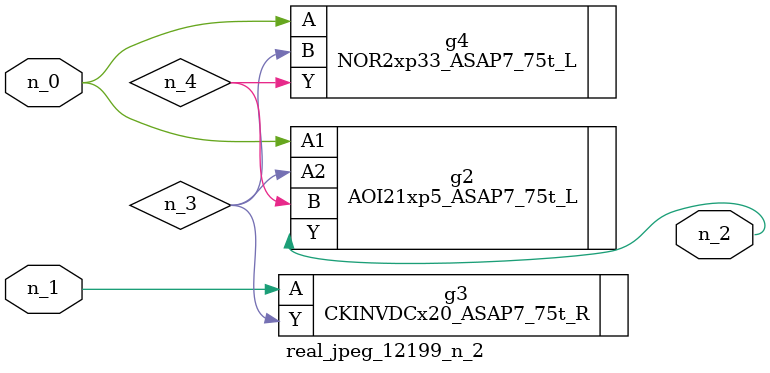
<source format=v>
module real_jpeg_12199_n_2 (n_1, n_0, n_2);

input n_1;
input n_0;

output n_2;

wire n_4;
wire n_3;

AOI21xp5_ASAP7_75t_L g2 ( 
.A1(n_0),
.A2(n_3),
.B(n_4),
.Y(n_2)
);

NOR2xp33_ASAP7_75t_L g4 ( 
.A(n_0),
.B(n_3),
.Y(n_4)
);

CKINVDCx20_ASAP7_75t_R g3 ( 
.A(n_1),
.Y(n_3)
);


endmodule
</source>
